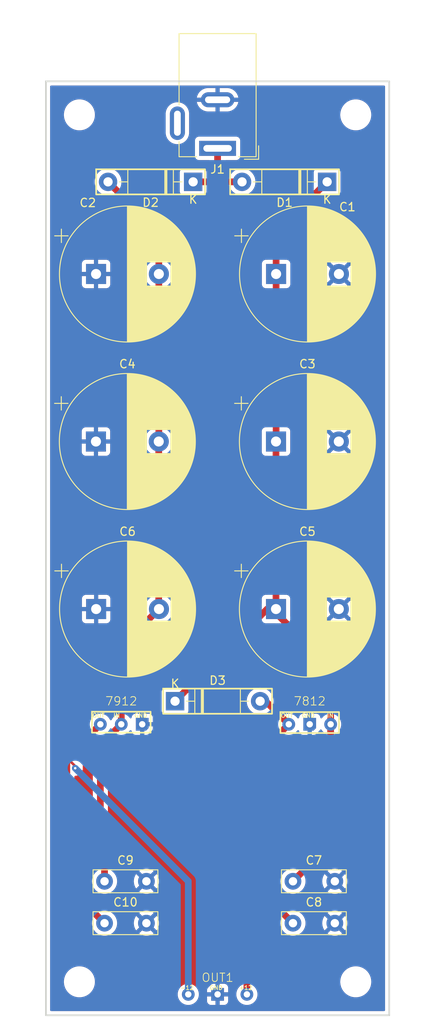
<source format=kicad_pcb>
(kicad_pcb (version 20240108) (generator "pcbnew") (generator_version "8.0")
  (layers (0 "F.Cu" signal) (31 "B.Cu" signal) (34 "B.Paste" user) (35 "F.Paste" user) (36 "B.SilkS" user "B.Silkscreen") (37 "F.SilkS" user "F.Silkscreen") (38 "B.Mask" user) (39 "F.Mask" user) (44 "Edge.Cuts" user))
  (net 0 "")
  (net 1 "Net-(D1-K)")
  (net 2 "GND")
  (net 3 "Net-(D2-A)")
  (net 4 "Net-(D3-A)")
  (net 5 "Net-(OUT1--12V)")
  (net 6 "12VAC")
  (footprint "Capacitor_THT:C_Disc_D7.5mm_W2.5mm_P5.00mm" (layer "F.Cu") (at 163.5 121)
    (property "Reference" "C7" (at 2.5 -2.5 0) (layer "F.SilkS"))
    (property "Value" "1uF")
    (pad "1" thru_hole circle (at 0 0) (size 2 2) (drill 1) (layers "*.Cu" "*.Mask") (net 1 "Net-(D1-K)"))
    (pad "2" thru_hole circle (at 5 0) (size 2 2) (drill 1) (layers "*.Cu" "*.Mask") (net 2 "GND"))
  )
  (footprint "MountingHole:MountingHole_3.2mm_M3" (layer "F.Cu") (at 171 133)
    (property "Reference" "REF**" (hide yes))
    (property "Value" "MountingHole_3.2mm_M3")
    (pad "" np_thru_hole circle (at 0 0) (size 3.2 3.2) (drill 3.2) (layers "*.Cu" "*.Mask"))
  )
  (footprint "Custom:OUT+-12V" (layer "F.Cu") (at 154.5 133)
    (property "Reference" "OUT1" (at 0 -0.5 0) (layer "F.SilkS") (effects (font (thickness 0.1))))
    (property "Value" "~")
    (pad "1" thru_hole circle (at -3.5 1.5) (size 1.524 1.524) (drill 0.762) (layers "*.Cu" "*.Mask") (net 5 "Net-(OUT1--12V)"))
    (pad "2" thru_hole roundrect (at 0 1.5) (size 1.524 1.524) (drill 0.762) (layers "*.Cu" "*.Mask") (roundrect_rratio 0) (chamfer_ratio 0.2) (chamfer top_left) (net 2 "GND"))
    (pad "3" thru_hole circle (at 3.5 1.5) (size 1.524 1.524) (drill 0.762) (layers "*.Cu" "*.Mask") (net 4 "Net-(D3-A)"))
  )
  (footprint "Capacitor_THT:CP_Radial_D16.0mm_P7.50mm" (layer "F.Cu") (at 139.974492 68.5)
    (property "Reference" "C4" (at 3.75 -9.25 0) (layer "F.SilkS"))
    (property "Value" "4700uF")
    (pad "1" thru_hole rect (at 0 0) (size 2.4 2.4) (drill 1.2) (layers "*.Cu" "*.Mask") (net 2 "GND"))
    (pad "2" thru_hole circle (at 7.5 0) (size 2.4 2.4) (drill 1.2) (layers "*.Cu" "*.Mask") (net 3 "Net-(D2-A)"))
  )
  (footprint "Custom:L7812" (layer "F.Cu") (at 165.5 104.256 180)
    (property "Reference" "7812" (at 0 4.756 0) (layer "F.SilkS") (effects (font (thickness 0.1))))
    (property "Value" "L7812" (hide yes))
    (pad "1" thru_hole circle (at -2.5 2 180) (size 1.524 1.524) (drill 0.762) (layers "*.Cu" "*.Mask") (net 1 "Net-(D1-K)"))
    (pad "2" thru_hole roundrect (at 0 2 180) (size 1.524 1.524) (drill 0.762) (layers "*.Cu" "*.Mask") (roundrect_rratio 0) (chamfer_ratio 0.2) (chamfer top_left) (net 2 "GND"))
    (pad "3" thru_hole circle (at 2.5 2 180) (size 1.524 1.524) (drill 0.762) (layers "*.Cu" "*.Mask") (net 4 "Net-(D3-A)"))
  )
  (footprint "Diode_THT:D_DO-41_SOD81_P10.16mm_Horizontal" (layer "F.Cu") (at 151.58 37.5 180)
    (property "Reference" "D2" (at 5.08 -2.47 180) (layer "F.SilkS"))
    (property "Value" "1N4007")
    (fp_text user "K" (at 0 -2.1 180) (layer "F.SilkS"))
    (pad "1" thru_hole rect (at 0 0 180) (size 2.2 2.2) (drill 1.1) (layers "*.Cu" "*.Mask") (net 6 "12VAC"))
    (pad "2" thru_hole oval (at 10.16 0 180) (size 2.2 2.2) (drill 1.1) (layers "*.Cu" "*.Mask") (net 3 "Net-(D2-A)"))
  )
  (footprint "Capacitor_THT:C_Disc_D7.5mm_W2.5mm_P5.00mm" (layer "F.Cu") (at 141 121)
    (property "Reference" "C9" (at 2.5 -2.5 0) (layer "F.SilkS"))
    (property "Value" "1uF")
    (pad "1" thru_hole circle (at 0 0) (size 2 2) (drill 1) (layers "*.Cu" "*.Mask") (net 3 "Net-(D2-A)"))
    (pad "2" thru_hole circle (at 5 0) (size 2 2) (drill 1) (layers "*.Cu" "*.Mask") (net 2 "GND"))
  )
  (footprint "Connector_BarrelJack:BarrelJack_Wuerth_6941xx301002" (layer "F.Cu") (at 154.5 33.5 180)
    (property "Reference" "J1" (at 0 -2.5 180) (layer "F.SilkS"))
    (property "Value" "Barrel_Jack_Switch_Pin3Ring")
    (pad "1" thru_hole rect (at 0 0 180) (size 4.4 1.8) (drill oval 3.4 0.8) (layers "*.Cu" "*.Mask") (net 6 "12VAC"))
    (pad "2" thru_hole oval (at 0 5.8 180) (size 4 1.8) (drill oval 3 0.8) (layers "*.Cu" "*.Mask") (net 2 "GND"))
    (pad "3" thru_hole oval (at 4.8 3 270) (size 4 1.8) (drill oval 3 0.8) (layers "*.Cu" "*.Mask"))
  )
  (footprint "Capacitor_THT:C_Disc_D7.5mm_W2.5mm_P5.00mm" (layer "F.Cu") (at 141 126)
    (property "Reference" "C10" (at 2.5 -2.5 0) (layer "F.SilkS"))
    (property "Value" "1uF")
    (pad "1" thru_hole circle (at 0 0) (size 2 2) (drill 1) (layers "*.Cu" "*.Mask") (net 5 "Net-(OUT1--12V)"))
    (pad "2" thru_hole circle (at 5 0) (size 2 2) (drill 1) (layers "*.Cu" "*.Mask") (net 2 "GND"))
  )
  (footprint "Capacitor_THT:C_Disc_D7.5mm_W2.5mm_P5.00mm" (layer "F.Cu") (at 163.5 126)
    (property "Reference" "C8" (at 2.5 -2.5 0) (layer "F.SilkS"))
    (property "Value" "1uF")
    (pad "1" thru_hole circle (at 0 0) (size 2 2) (drill 1) (layers "*.Cu" "*.Mask") (net 4 "Net-(D3-A)"))
    (pad "2" thru_hole circle (at 5 0) (size 2 2) (drill 1) (layers "*.Cu" "*.Mask") (net 2 "GND"))
  )
  (footprint "Custom:L7912" (layer "F.Cu") (at 143 104.256 180)
    (property "Reference" "7912" (at 0 4.756 0) (layer "F.SilkS") (effects (font (thickness 0.1))))
    (property "Value" "L7912" (hide yes))
    (pad "1" thru_hole roundrect (at -2.5 2 180) (size 1.524 1.524) (drill 0.762) (layers "*.Cu" "*.Mask") (roundrect_rratio 0) (chamfer_ratio 0.2) (chamfer top_left) (net 2 "GND"))
    (pad "2" thru_hole circle (at 0 2 180) (size 1.524 1.524) (drill 0.762) (layers "*.Cu" "*.Mask") (net 3 "Net-(D2-A)"))
    (pad "3" thru_hole circle (at 2.5 2 180) (size 1.524 1.524) (drill 0.762) (layers "*.Cu" "*.Mask") (net 5 "Net-(OUT1--12V)"))
  )
  (footprint "MountingHole:MountingHole_3.2mm_M3" (layer "F.Cu") (at 171 29.5)
    (property "Reference" "REF**" (hide yes))
    (property "Value" "MountingHole_3.2mm_M3")
    (pad "" np_thru_hole circle (at 0 0) (size 3.2 3.2) (drill 3.2) (layers "F&B.Cu" "*.Mask"))
  )
  (footprint "Capacitor_THT:CP_Radial_D16.0mm_P7.50mm" (layer "F.Cu") (at 140 88.5)
    (property "Reference" "C6" (at 3.75 -9.25 0) (layer "F.SilkS"))
    (property "Value" "4700uF")
    (pad "1" thru_hole rect (at 0 0) (size 2.4 2.4) (drill 1.2) (layers "*.Cu" "*.Mask") (net 2 "GND"))
    (pad "2" thru_hole circle (at 7.5 0) (size 2.4 2.4) (drill 1.2) (layers "*.Cu" "*.Mask") (net 3 "Net-(D2-A)"))
  )
  (footprint "Capacitor_THT:CP_Radial_D16.0mm_P7.50mm" (layer "F.Cu") (at 161.474492 68.5)
    (property "Reference" "C3" (at 3.75 -9.25 0) (layer "F.SilkS"))
    (property "Value" "4700uF")
    (pad "1" thru_hole rect (at 0 0) (size 2.4 2.4) (drill 1.2) (layers "*.Cu" "*.Mask") (net 1 "Net-(D1-K)"))
    (pad "2" thru_hole circle (at 7.5 0) (size 2.4 2.4) (drill 1.2) (layers "*.Cu" "*.Mask") (net 2 "GND"))
  )
  (footprint "Capacitor_THT:CP_Radial_D16.0mm_P7.50mm" (layer "F.Cu") (at 161.487246 48.5)
    (property "Reference" "C1" (at 8.512754 -8 0) (layer "F.SilkS"))
    (property "Value" "4700uF")
    (pad "1" thru_hole rect (at 0 0) (size 2.4 2.4) (drill 1.2) (layers "*.Cu" "*.Mask") (net 1 "Net-(D1-K)"))
    (pad "2" thru_hole circle (at 7.5 0) (size 2.4 2.4) (drill 1.2) (layers "*.Cu" "*.Mask") (net 2 "GND"))
  )
  (footprint "Diode_THT:D_DO-41_SOD81_P10.16mm_Horizontal" (layer "F.Cu") (at 167.58 37.5 180)
    (property "Reference" "D1" (at 5.08 -2.47 180) (layer "F.SilkS"))
    (property "Value" "1N4007")
    (fp_text user "K" (at 0 -2.1 180) (layer "F.SilkS"))
    (pad "1" thru_hole rect (at 0 0 180) (size 2.2 2.2) (drill 1.1) (layers "*.Cu" "*.Mask") (net 1 "Net-(D1-K)"))
    (pad "2" thru_hole oval (at 10.16 0 180) (size 2.2 2.2) (drill 1.1) (layers "*.Cu" "*.Mask") (net 6 "12VAC"))
  )
  (footprint "MountingHole:MountingHole_3.2mm_M3" (layer "F.Cu") (at 138 133)
    (property "Reference" "REF**" (hide yes))
    (property "Value" "MountingHole_3.2mm_M3")
    (pad "" np_thru_hole circle (at 0 0) (size 3.2 3.2) (drill 3.2) (layers "*.Cu" "*.Mask"))
  )
  (footprint "Capacitor_THT:CP_Radial_D16.0mm_P7.50mm" (layer "F.Cu") (at 161.474492 88.5)
    (property "Reference" "C5" (at 3.75 -9.25 0) (layer "F.SilkS"))
    (property "Value" "4700uF")
    (pad "1" thru_hole rect (at 0 0) (size 2.4 2.4) (drill 1.2) (layers "*.Cu" "*.Mask") (net 1 "Net-(D1-K)"))
    (pad "2" thru_hole circle (at 7.5 0) (size 2.4 2.4) (drill 1.2) (layers "*.Cu" "*.Mask") (net 2 "GND"))
  )
  (footprint "Diode_THT:D_DO-41_SOD81_P10.16mm_Horizontal" (layer "F.Cu") (at 149.42 99.5)
    (property "Reference" "D3" (at 5.08 -2.47 0) (layer "F.SilkS"))
    (property "Value" "1N4007")
    (fp_text user "K" (at 0 -2.1 0) (layer "F.SilkS"))
    (pad "1" thru_hole rect (at 0 0) (size 2.2 2.2) (drill 1.1) (layers "*.Cu" "*.Mask") (net 1 "Net-(D1-K)"))
    (pad "2" thru_hole oval (at 10.16 0) (size 2.2 2.2) (drill 1.1) (layers "*.Cu" "*.Mask") (net 4 "Net-(D3-A)"))
  )
  (footprint "Capacitor_THT:CP_Radial_D16.0mm_P7.50mm" (layer "F.Cu") (at 139.987246 48.5)
    (property "Reference" "C2" (at -0.987246 -8.5 0) (layer "F.SilkS"))
    (property "Value" "4700uF")
    (pad "1" thru_hole rect (at 0 0) (size 2.4 2.4) (drill 1.2) (layers "*.Cu" "*.Mask") (net 2 "GND"))
    (pad "2" thru_hole circle (at 7.5 0) (size 2.4 2.4) (drill 1.2) (layers "*.Cu" "*.Mask") (net 3 "Net-(D2-A)"))
  )
  (footprint "MountingHole:MountingHole_3.2mm_M3" (layer "F.Cu") (at 138 29.5)
    (property "Reference" "REF**" (hide yes))
    (property "Value" "MountingHole_3.2mm_M3")
    (pad "" np_thru_hole circle (at 0 0) (size 3.2 3.2) (drill 3.2) (layers "*.Cu" "*.Mask"))
  )
  (gr_rect (start 162 100.8) (end 169 103.3) (stroke (width 0.2)) (fill none) (layer "F.SilkS"))
  (gr_rect (start 139.5 100.756) (end 146.5 103.256) (stroke (width 0.2)) (fill none) (layer "F.SilkS"))
  (gr_rect (start 140 36) (end 153 39) (stroke (width 0.2)) (fill none) (layer "F.SilkS"))
  (gr_rect (start 156 36) (end 169 39) (stroke (width 0.2)) (fill none) (layer "F.SilkS"))
  (gr_rect (start 148 98) (end 161 101) (stroke (width 0.2)) (fill none) (layer "F.SilkS"))
  (gr_rect (start 134 25.5) (end 175 137) (stroke (width 0.2)) (fill none) (layer "Edge.Cuts"))
  (gr_text "IN" (at 142 101.5 0) (layer "F.SilkS") (effects (font (size 0.5 0.5) (thickness 0.1)) (justify left bottom)))
  (gr_text "GND" (at 144.5 101.5 0) (layer "F.SilkS") (effects (font (size 0.5 0.5) (thickness 0.1)) (justify left bottom)))
  (gr_text "OUT" (at 162 101.5 0) (layer "F.SilkS") (effects (font (size 0.5 0.5) (thickness 0.1)) (justify left bottom)))
  (gr_text "GND" (at 153.5 134.006 0) (layer "F.SilkS") (effects (font (size 0.5 0.5) (thickness 0.1)) (justify left bottom)))
  (gr_text "IN" (at 167.5 101.5 0) (layer "F.SilkS") (effects (font (size 0.5 0.5) (thickness 0.1)) (justify left bottom)))
  (gr_text "-12" (at 150 134.006 0) (layer "F.SilkS") (effects (font (size 0.5 0.5) (thickness 0.1)) (justify left bottom)))
  (gr_text "OUT" (at 139.5 101.5 0) (layer "F.SilkS") (effects (font (size 0.5 0.5) (thickness 0.1)) (justify left bottom)))
  (gr_text "GND" (at 164.5 101.5 0) (layer "F.SilkS") (effects (font (size 0.5 0.5) (thickness 0.1)) (justify left bottom)))
  (gr_text "+12" (at 157 134.006 0) (layer "F.SilkS") (effects (font (size 0.5 0.5) (thickness 0.1)) (justify left bottom)))
  (segment (start 161.487246 43.592754) (end 167.58 37.5) (width 0.8) (layer "F.Cu") (net 1))
  (segment (start 161.474492 88.974492) (end 168 95.5) (width 0.8) (layer "F.Cu") (net 1))
  (segment (start 161.474492 88.5) (end 161.474492 88.974492) (width 0.8) (layer "F.Cu") (net 1))
  (segment (start 167.58 37.5) (end 167.5 37.5) (width 0.2) (layer "F.Cu") (net 1))
  (segment (start 168 102.256) (end 168 116.5) (width 0.8) (layer "F.Cu") (net 1))
  (segment (start 161.487246 48.5) (end 161.487246 43.592754) (width 0.8) (layer "F.Cu") (net 1))
  (segment (start 161.487246 48.5) (end 161.487246 68.487246) (width 0.8) (layer "F.Cu") (net 1))
  (segment (start 160.42 88.5) (end 149.42 99.5) (width 0.8) (layer "F.Cu") (net 1))
  (segment (start 161.487246 68.487246) (end 161.474492 68.5) (width 0.8) (layer "F.Cu") (net 1))
  (segment (start 161.474492 88.5) (end 160.42 88.5) (width 0.8) (layer "F.Cu") (net 1))
  (segment (start 161.474492 68.5) (end 161.474492 88.5) (width 0.8) (layer "F.Cu") (net 1))
  (segment (start 168 95.5) (end 168 102.256) (width 0.8) (layer "F.Cu") (net 1))
  (segment (start 168 116.5) (end 163.5 121) (width 0.8) (layer "F.Cu") (net 1))
  (segment (start 140.5 119) (end 141 119.5) (width 0.8) (layer "F.Cu") (net 3))
  (segment (start 147.474492 68.5) (end 147.474492 88.474492) (width 0.8) (layer "F.Cu") (net 3))
  (segment (start 147.432754 43.512754) (end 147.487246 43.512754) (width 0.8) (layer "F.Cu") (net 3))
  (segment (start 143 93) (end 147.5 88.5) (width 0.8) (layer "F.Cu") (net 3))
  (segment (start 147.487246 48.5) (end 147.487246 68.487246) (width 0.8) (layer "F.Cu") (net 3))
  (segment (start 141.42 37.5) (end 147.432754 43.512754) (width 0.8) (layer "F.Cu") (net 3))
  (segment (start 141 119.5) (end 141 121) (width 0.8) (layer "F.Cu") (net 3))
  (segment (start 147.487246 68.487246) (end 147.474492 68.5) (width 0.2) (layer "F.Cu") (net 3))
  (segment (start 147.5 43.5) (end 147.487246 43.512754) (width 0.2) (layer "F.Cu") (net 3))
  (segment (start 143 102.256) (end 140.5 104.756) (width 0.8) (layer "F.Cu") (net 3))
  (segment (start 147.487246 43.512754) (end 147.487246 48.5) (width 0.8) (layer "F.Cu") (net 3))
  (segment (start 140.5 104.756) (end 140.5 119) (width 0.8) (layer "F.Cu") (net 3))
  (segment (start 147.474492 88.474492) (end 147.5 88.5) (width 0.2) (layer "F.Cu") (net 3))
  (segment (start 147.42 43.5) (end 147.5 43.5) (width 0.2) (layer "F.Cu") (net 3))
  (segment (start 143 102.256) (end 143 93) (width 0.8) (layer "F.Cu") (net 3))
  (segment (start 163.5 126) (end 160 122.5) (width 0.8) (layer "F.Cu") (net 4))
  (segment (start 160 105.256) (end 163 102.256) (width 0.8) (layer "F.Cu") (net 4))
  (segment (start 158 124.5) (end 158 134.5) (width 0.8) (layer "F.Cu") (net 4))
  (segment (start 162.336 102.256) (end 163 102.256) (width 0.2) (layer "F.Cu") (net 4))
  (segment (start 159.58 99.5) (end 160.244 99.5) (width 0.8) (layer "F.Cu") (net 4))
  (segment (start 160 122.5) (end 158 124.5) (width 0.8) (layer "F.Cu") (net 4))
  (segment (start 160 122.5) (end 160 105.256) (width 0.8) (layer "F.Cu") (net 4))
  (segment (start 160.244 99.5) (end 163 102.256) (width 0.8) (layer "F.Cu") (net 4))
  (segment (start 137.5 107.256) (end 137.5 107.5) (width 0.3) (layer "F.Cu") (net 5))
  (segment (start 136.5 106.256) (end 136.5 121.5) (width 0.8) (layer "F.Cu") (net 5))
  (segment (start 136.5 106.256) (end 137.5 107.256) (width 0.3) (layer "F.Cu") (net 5))
  (segment (start 136.5 121.5) (end 141 126) (width 0.8) (layer "F.Cu") (net 5))
  (segment (start 140.5 102.256) (end 136.5 106.256) (width 0.8) (layer "F.Cu") (net 5))
  (via (at 137.5 107.5) (size 0.5) (drill 0.3) (layers "F.Cu" "B.Cu") (net 5))
  (segment (start 151 121) (end 151 134.5) (width 0.8) (layer "B.Cu") (net 5))
  (segment (start 137.5 107.5) (end 151 121) (width 0.8) (layer "B.Cu") (net 5))
  (segment (start 154.5 37.5) (end 157.42 37.5) (width 0.8) (layer "F.Cu") (net 6))
  (segment (start 154.5 37.5) (end 151.58 37.5) (width 0.8) (layer "F.Cu") (net 6))
  (segment (start 154.5 33.5) (end 154.5 37.5) (width 0.8) (layer "F.Cu") (net 6))
  (zone (net 2) (net_name "GND") (layers "F&B.Cu") (connect_pads (clearance 0.5)) (min_thickness 0.25) (fill yes (thermal_gap 0.5) (thermal_bridge_width 0.5))
    (polygon (pts (xy 134 25.5) (xy 175 25.5) (xy 175 137) (xy 134 137)))
  )
)
</source>
